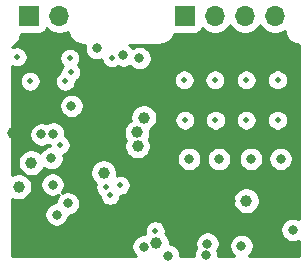
<source format=gbr>
%TF.GenerationSoftware,KiCad,Pcbnew,5.1.9*%
%TF.CreationDate,2021-01-20T22:35:35+01:00*%
%TF.ProjectId,wi-se-rewirable,77692d73-652d-4726-9577-697261626c65,rev?*%
%TF.SameCoordinates,Original*%
%TF.FileFunction,Copper,L3,Inr*%
%TF.FilePolarity,Positive*%
%FSLAX46Y46*%
G04 Gerber Fmt 4.6, Leading zero omitted, Abs format (unit mm)*
G04 Created by KiCad (PCBNEW 5.1.9) date 2021-01-20 22:35:35*
%MOMM*%
%LPD*%
G01*
G04 APERTURE LIST*
%TA.AperFunction,ComponentPad*%
%ADD10R,1.700000X1.700000*%
%TD*%
%TA.AperFunction,ComponentPad*%
%ADD11O,1.700000X1.700000*%
%TD*%
%TA.AperFunction,ViaPad*%
%ADD12C,1.000000*%
%TD*%
%TA.AperFunction,ViaPad*%
%ADD13C,0.800000*%
%TD*%
%TA.AperFunction,ViaPad*%
%ADD14C,0.500000*%
%TD*%
%TA.AperFunction,Conductor*%
%ADD15C,0.254000*%
%TD*%
%TA.AperFunction,Conductor*%
%ADD16C,0.100000*%
%TD*%
G04 APERTURE END LIST*
D10*
%TO.N,RTS*%
%TO.C,J1*%
X104750000Y-65000000D03*
D11*
%TO.N,DTR*%
X107290000Y-65000000D03*
%TD*%
D10*
%TO.N,LINE1*%
%TO.C,J2*%
X117920000Y-65000000D03*
D11*
%TO.N,LINE2*%
X120460000Y-65000000D03*
%TO.N,LINE3*%
X123000000Y-65000000D03*
%TO.N,LINE4*%
X125540000Y-65000000D03*
%TD*%
D12*
%TO.N,VCC*%
X123100000Y-80625000D03*
D13*
%TO.N,GND*%
X118260000Y-77090000D03*
X123490000Y-77090000D03*
X126010000Y-77080000D03*
D14*
X103700000Y-68450000D03*
D12*
X113850000Y-74850000D03*
X114425000Y-73600000D03*
D13*
X110466252Y-67700000D03*
X106750000Y-74950000D03*
D12*
X103850000Y-79450000D03*
X115479044Y-84229269D03*
D13*
X120784034Y-77100965D03*
X127025000Y-83100000D03*
D12*
X113900000Y-76000000D03*
%TO.N,+3V3*%
X103850000Y-82250000D03*
X113400000Y-72500000D03*
X103375000Y-74860000D03*
X114400000Y-71750010D03*
X121725000Y-80625000D03*
D13*
%TO.N,EN*%
X105751724Y-75008722D03*
X108000000Y-80850000D03*
%TO.N,BOOT0*%
X108300000Y-72589998D03*
D14*
X107350000Y-75900000D03*
X111570598Y-80179402D03*
X112419128Y-79330872D03*
%TO.N,RST*%
X111702357Y-68520734D03*
X108250000Y-69750000D03*
X108150000Y-68550000D03*
%TO.N,LED_WIFI*%
X115394863Y-83155137D03*
X111200000Y-79500000D03*
D13*
X106706295Y-79265037D03*
X106600000Y-77020000D03*
%TO.N,Net-(D1-Pad1)*%
X116500000Y-85300000D03*
%TO.N,Net-(D2-Pad1)*%
X119700000Y-85250000D03*
%TO.N,Net-(D3-Pad1)*%
X122700000Y-84450000D03*
%TO.N,Net-(D4-Pad1)*%
X119816841Y-84256848D03*
D14*
%TO.N,TXD*%
X120500000Y-73800000D03*
X117900000Y-73800000D03*
X123100000Y-73800000D03*
X125750000Y-73800000D03*
%TO.N,RXD*%
X117850000Y-70400000D03*
X120450000Y-70400000D03*
X123100000Y-70400000D03*
X125750000Y-70400000D03*
%TO.N,RTS*%
X107793316Y-70517571D03*
X104800001Y-70520818D03*
D13*
%TO.N,Net-(R10-Pad1)*%
X107050000Y-81800000D03*
%TO.N,Net-(R11-Pad1)*%
X114050000Y-68550000D03*
%TO.N,Net-(R12-Pad1)*%
X112677118Y-68321076D03*
%TO.N,Net-(R13-Pad2)*%
X114415030Y-84508335D03*
D12*
%TO.N,Net-(JP18-Pad1)*%
X104901724Y-77420000D03*
X111020000Y-78250000D03*
%TD*%
D15*
%TO.N,+3V3*%
X124386525Y-65946632D02*
X124593368Y-66153475D01*
X124836589Y-66315990D01*
X125106842Y-66427932D01*
X125393740Y-66485000D01*
X125686260Y-66485000D01*
X125973158Y-66427932D01*
X126243411Y-66315990D01*
X126346169Y-66247330D01*
X126355870Y-66339634D01*
X126367900Y-66398240D01*
X126379107Y-66456992D01*
X126381771Y-66465814D01*
X126416398Y-66577676D01*
X126439578Y-66632819D01*
X126461986Y-66688282D01*
X126466312Y-66696418D01*
X126522007Y-66799425D01*
X126555443Y-66848995D01*
X126588215Y-66899077D01*
X126594040Y-66906218D01*
X126668682Y-66996444D01*
X126711116Y-67038582D01*
X126752978Y-67081331D01*
X126760078Y-67087204D01*
X126850824Y-67161215D01*
X126900620Y-67194299D01*
X126950008Y-67228116D01*
X126958114Y-67232498D01*
X127061507Y-67287474D01*
X127116799Y-67310263D01*
X127171795Y-67333835D01*
X127180598Y-67336559D01*
X127292700Y-67370404D01*
X127351365Y-67382020D01*
X127409889Y-67394460D01*
X127419054Y-67395423D01*
X127535595Y-67406850D01*
X127540000Y-67407282D01*
X127540001Y-82199329D01*
X127515256Y-82182795D01*
X127326898Y-82104774D01*
X127126939Y-82065000D01*
X126923061Y-82065000D01*
X126723102Y-82104774D01*
X126534744Y-82182795D01*
X126365226Y-82296063D01*
X126221063Y-82440226D01*
X126107795Y-82609744D01*
X126029774Y-82798102D01*
X125990000Y-82998061D01*
X125990000Y-83201939D01*
X126029774Y-83401898D01*
X126107795Y-83590256D01*
X126221063Y-83759774D01*
X126365226Y-83903937D01*
X126534744Y-84017205D01*
X126723102Y-84095226D01*
X126923061Y-84135000D01*
X127126939Y-84135000D01*
X127326898Y-84095226D01*
X127515256Y-84017205D01*
X127540001Y-84000671D01*
X127540001Y-85290000D01*
X123305802Y-85290000D01*
X123359774Y-85253937D01*
X123503937Y-85109774D01*
X123617205Y-84940256D01*
X123695226Y-84751898D01*
X123735000Y-84551939D01*
X123735000Y-84348061D01*
X123695226Y-84148102D01*
X123617205Y-83959744D01*
X123503937Y-83790226D01*
X123359774Y-83646063D01*
X123190256Y-83532795D01*
X123001898Y-83454774D01*
X122801939Y-83415000D01*
X122598061Y-83415000D01*
X122398102Y-83454774D01*
X122209744Y-83532795D01*
X122040226Y-83646063D01*
X121896063Y-83790226D01*
X121782795Y-83959744D01*
X121704774Y-84148102D01*
X121665000Y-84348061D01*
X121665000Y-84551939D01*
X121704774Y-84751898D01*
X121782795Y-84940256D01*
X121896063Y-85109774D01*
X122040226Y-85253937D01*
X122094198Y-85290000D01*
X120735000Y-85290000D01*
X120735000Y-85148061D01*
X120695226Y-84948102D01*
X120658686Y-84859888D01*
X120734046Y-84747104D01*
X120812067Y-84558746D01*
X120851841Y-84358787D01*
X120851841Y-84154909D01*
X120812067Y-83954950D01*
X120734046Y-83766592D01*
X120620778Y-83597074D01*
X120476615Y-83452911D01*
X120307097Y-83339643D01*
X120118739Y-83261622D01*
X119918780Y-83221848D01*
X119714902Y-83221848D01*
X119514943Y-83261622D01*
X119326585Y-83339643D01*
X119157067Y-83452911D01*
X119012904Y-83597074D01*
X118899636Y-83766592D01*
X118821615Y-83954950D01*
X118781841Y-84154909D01*
X118781841Y-84358787D01*
X118821615Y-84558746D01*
X118858155Y-84646960D01*
X118782795Y-84759744D01*
X118704774Y-84948102D01*
X118665000Y-85148061D01*
X118665000Y-85290000D01*
X117535000Y-85290000D01*
X117535000Y-85198061D01*
X117495226Y-84998102D01*
X117417205Y-84809744D01*
X117303937Y-84640226D01*
X117159774Y-84496063D01*
X116990256Y-84382795D01*
X116801898Y-84304774D01*
X116614044Y-84267408D01*
X116614044Y-84117481D01*
X116570427Y-83898202D01*
X116484868Y-83691645D01*
X116360656Y-83505749D01*
X116249559Y-83394652D01*
X116279863Y-83242302D01*
X116279863Y-83067972D01*
X116245853Y-82896992D01*
X116179140Y-82735932D01*
X116082287Y-82590982D01*
X115959018Y-82467713D01*
X115814068Y-82370860D01*
X115653008Y-82304147D01*
X115482028Y-82270137D01*
X115307698Y-82270137D01*
X115136718Y-82304147D01*
X114975658Y-82370860D01*
X114830708Y-82467713D01*
X114707439Y-82590982D01*
X114610586Y-82735932D01*
X114543873Y-82896992D01*
X114509863Y-83067972D01*
X114509863Y-83242302D01*
X114543873Y-83413282D01*
X114573397Y-83484559D01*
X114516969Y-83473335D01*
X114313091Y-83473335D01*
X114113132Y-83513109D01*
X113924774Y-83591130D01*
X113755256Y-83704398D01*
X113611093Y-83848561D01*
X113497825Y-84018079D01*
X113419804Y-84206437D01*
X113380030Y-84406396D01*
X113380030Y-84610274D01*
X113419804Y-84810233D01*
X113497825Y-84998591D01*
X113611093Y-85168109D01*
X113732984Y-85290000D01*
X103310000Y-85290000D01*
X103310000Y-80454236D01*
X103312376Y-80455824D01*
X103518933Y-80541383D01*
X103738212Y-80585000D01*
X103961788Y-80585000D01*
X104181067Y-80541383D01*
X104387624Y-80455824D01*
X104573520Y-80331612D01*
X104731612Y-80173520D01*
X104855824Y-79987624D01*
X104941383Y-79781067D01*
X104985000Y-79561788D01*
X104985000Y-79338212D01*
X104950168Y-79163098D01*
X105671295Y-79163098D01*
X105671295Y-79366976D01*
X105711069Y-79566935D01*
X105789090Y-79755293D01*
X105902358Y-79924811D01*
X106046521Y-80068974D01*
X106216039Y-80182242D01*
X106404397Y-80260263D01*
X106604356Y-80300037D01*
X106808234Y-80300037D01*
X107008193Y-80260263D01*
X107196551Y-80182242D01*
X107219141Y-80167148D01*
X107196063Y-80190226D01*
X107082795Y-80359744D01*
X107004774Y-80548102D01*
X106965000Y-80748061D01*
X106965000Y-80765000D01*
X106948061Y-80765000D01*
X106748102Y-80804774D01*
X106559744Y-80882795D01*
X106390226Y-80996063D01*
X106246063Y-81140226D01*
X106132795Y-81309744D01*
X106054774Y-81498102D01*
X106015000Y-81698061D01*
X106015000Y-81901939D01*
X106054774Y-82101898D01*
X106132795Y-82290256D01*
X106246063Y-82459774D01*
X106390226Y-82603937D01*
X106559744Y-82717205D01*
X106748102Y-82795226D01*
X106948061Y-82835000D01*
X107151939Y-82835000D01*
X107351898Y-82795226D01*
X107540256Y-82717205D01*
X107709774Y-82603937D01*
X107853937Y-82459774D01*
X107967205Y-82290256D01*
X108045226Y-82101898D01*
X108085000Y-81901939D01*
X108085000Y-81885000D01*
X108101939Y-81885000D01*
X108301898Y-81845226D01*
X108490256Y-81767205D01*
X108659774Y-81653937D01*
X108803937Y-81509774D01*
X108917205Y-81340256D01*
X108995226Y-81151898D01*
X109035000Y-80951939D01*
X109035000Y-80748061D01*
X108995226Y-80548102D01*
X108917205Y-80359744D01*
X108803937Y-80190226D01*
X108659774Y-80046063D01*
X108490256Y-79932795D01*
X108301898Y-79854774D01*
X108101939Y-79815000D01*
X107898061Y-79815000D01*
X107698102Y-79854774D01*
X107509744Y-79932795D01*
X107487154Y-79947889D01*
X107510232Y-79924811D01*
X107623500Y-79755293D01*
X107701521Y-79566935D01*
X107741295Y-79366976D01*
X107741295Y-79163098D01*
X107701521Y-78963139D01*
X107623500Y-78774781D01*
X107510232Y-78605263D01*
X107366069Y-78461100D01*
X107196551Y-78347832D01*
X107008193Y-78269811D01*
X106808234Y-78230037D01*
X106604356Y-78230037D01*
X106404397Y-78269811D01*
X106216039Y-78347832D01*
X106046521Y-78461100D01*
X105902358Y-78605263D01*
X105789090Y-78774781D01*
X105711069Y-78963139D01*
X105671295Y-79163098D01*
X104950168Y-79163098D01*
X104941383Y-79118933D01*
X104855824Y-78912376D01*
X104731612Y-78726480D01*
X104573520Y-78568388D01*
X104387624Y-78444176D01*
X104181067Y-78358617D01*
X103961788Y-78315000D01*
X103738212Y-78315000D01*
X103518933Y-78358617D01*
X103312376Y-78444176D01*
X103310000Y-78445764D01*
X103310000Y-77308212D01*
X103766724Y-77308212D01*
X103766724Y-77531788D01*
X103810341Y-77751067D01*
X103895900Y-77957624D01*
X104020112Y-78143520D01*
X104178204Y-78301612D01*
X104364100Y-78425824D01*
X104570657Y-78511383D01*
X104789936Y-78555000D01*
X105013512Y-78555000D01*
X105232791Y-78511383D01*
X105439348Y-78425824D01*
X105625244Y-78301612D01*
X105783336Y-78143520D01*
X105786882Y-78138212D01*
X109885000Y-78138212D01*
X109885000Y-78361788D01*
X109928617Y-78581067D01*
X110014176Y-78787624D01*
X110138388Y-78973520D01*
X110296480Y-79131612D01*
X110373388Y-79183001D01*
X110349010Y-79241855D01*
X110315000Y-79412835D01*
X110315000Y-79587165D01*
X110349010Y-79758145D01*
X110415723Y-79919205D01*
X110512576Y-80064155D01*
X110635845Y-80187424D01*
X110685598Y-80220668D01*
X110685598Y-80266567D01*
X110719608Y-80437547D01*
X110786321Y-80598607D01*
X110883174Y-80743557D01*
X111006443Y-80866826D01*
X111151393Y-80963679D01*
X111312453Y-81030392D01*
X111483433Y-81064402D01*
X111657763Y-81064402D01*
X111828743Y-81030392D01*
X111989803Y-80963679D01*
X112134753Y-80866826D01*
X112258022Y-80743557D01*
X112354875Y-80598607D01*
X112390246Y-80513212D01*
X121965000Y-80513212D01*
X121965000Y-80736788D01*
X122008617Y-80956067D01*
X122094176Y-81162624D01*
X122218388Y-81348520D01*
X122376480Y-81506612D01*
X122562376Y-81630824D01*
X122768933Y-81716383D01*
X122988212Y-81760000D01*
X123211788Y-81760000D01*
X123431067Y-81716383D01*
X123637624Y-81630824D01*
X123823520Y-81506612D01*
X123981612Y-81348520D01*
X124105824Y-81162624D01*
X124191383Y-80956067D01*
X124235000Y-80736788D01*
X124235000Y-80513212D01*
X124191383Y-80293933D01*
X124105824Y-80087376D01*
X123981612Y-79901480D01*
X123823520Y-79743388D01*
X123637624Y-79619176D01*
X123431067Y-79533617D01*
X123211788Y-79490000D01*
X122988212Y-79490000D01*
X122768933Y-79533617D01*
X122562376Y-79619176D01*
X122376480Y-79743388D01*
X122218388Y-79901480D01*
X122094176Y-80087376D01*
X122008617Y-80293933D01*
X121965000Y-80513212D01*
X112390246Y-80513212D01*
X112421588Y-80437547D01*
X112455598Y-80266567D01*
X112455598Y-80215872D01*
X112506293Y-80215872D01*
X112677273Y-80181862D01*
X112838333Y-80115149D01*
X112983283Y-80018296D01*
X113106552Y-79895027D01*
X113203405Y-79750077D01*
X113270118Y-79589017D01*
X113304128Y-79418037D01*
X113304128Y-79243707D01*
X113270118Y-79072727D01*
X113203405Y-78911667D01*
X113106552Y-78766717D01*
X112983283Y-78643448D01*
X112838333Y-78546595D01*
X112677273Y-78479882D01*
X112506293Y-78445872D01*
X112331963Y-78445872D01*
X112160983Y-78479882D01*
X112128863Y-78493186D01*
X112155000Y-78361788D01*
X112155000Y-78138212D01*
X112111383Y-77918933D01*
X112025824Y-77712376D01*
X111901612Y-77526480D01*
X111743520Y-77368388D01*
X111557624Y-77244176D01*
X111351067Y-77158617D01*
X111131788Y-77115000D01*
X110908212Y-77115000D01*
X110688933Y-77158617D01*
X110482376Y-77244176D01*
X110296480Y-77368388D01*
X110138388Y-77526480D01*
X110014176Y-77712376D01*
X109928617Y-77918933D01*
X109885000Y-78138212D01*
X105786882Y-78138212D01*
X105907548Y-77957624D01*
X105958003Y-77835815D01*
X106109744Y-77937205D01*
X106298102Y-78015226D01*
X106498061Y-78055000D01*
X106701939Y-78055000D01*
X106901898Y-78015226D01*
X107090256Y-77937205D01*
X107259774Y-77823937D01*
X107403937Y-77679774D01*
X107517205Y-77510256D01*
X107595226Y-77321898D01*
X107635000Y-77121939D01*
X107635000Y-76918061D01*
X107602010Y-76752210D01*
X107608145Y-76750990D01*
X107769205Y-76684277D01*
X107914155Y-76587424D01*
X108037424Y-76464155D01*
X108134277Y-76319205D01*
X108200990Y-76158145D01*
X108235000Y-75987165D01*
X108235000Y-75812835D01*
X108200990Y-75641855D01*
X108134277Y-75480795D01*
X108037424Y-75335845D01*
X107914155Y-75212576D01*
X107771948Y-75117556D01*
X107785000Y-75051939D01*
X107785000Y-74848061D01*
X107763150Y-74738212D01*
X112715000Y-74738212D01*
X112715000Y-74961788D01*
X112758617Y-75181067D01*
X112844176Y-75387624D01*
X112894156Y-75462424D01*
X112808617Y-75668933D01*
X112765000Y-75888212D01*
X112765000Y-76111788D01*
X112808617Y-76331067D01*
X112894176Y-76537624D01*
X113018388Y-76723520D01*
X113176480Y-76881612D01*
X113362376Y-77005824D01*
X113568933Y-77091383D01*
X113788212Y-77135000D01*
X114011788Y-77135000D01*
X114231067Y-77091383D01*
X114437624Y-77005824D01*
X114464208Y-76988061D01*
X117225000Y-76988061D01*
X117225000Y-77191939D01*
X117264774Y-77391898D01*
X117342795Y-77580256D01*
X117456063Y-77749774D01*
X117600226Y-77893937D01*
X117769744Y-78007205D01*
X117958102Y-78085226D01*
X118158061Y-78125000D01*
X118361939Y-78125000D01*
X118561898Y-78085226D01*
X118750256Y-78007205D01*
X118919774Y-77893937D01*
X119063937Y-77749774D01*
X119177205Y-77580256D01*
X119255226Y-77391898D01*
X119295000Y-77191939D01*
X119295000Y-76999026D01*
X119749034Y-76999026D01*
X119749034Y-77202904D01*
X119788808Y-77402863D01*
X119866829Y-77591221D01*
X119980097Y-77760739D01*
X120124260Y-77904902D01*
X120293778Y-78018170D01*
X120482136Y-78096191D01*
X120682095Y-78135965D01*
X120885973Y-78135965D01*
X121085932Y-78096191D01*
X121274290Y-78018170D01*
X121443808Y-77904902D01*
X121587971Y-77760739D01*
X121701239Y-77591221D01*
X121779260Y-77402863D01*
X121819034Y-77202904D01*
X121819034Y-76999026D01*
X121816853Y-76988061D01*
X122455000Y-76988061D01*
X122455000Y-77191939D01*
X122494774Y-77391898D01*
X122572795Y-77580256D01*
X122686063Y-77749774D01*
X122830226Y-77893937D01*
X122999744Y-78007205D01*
X123188102Y-78085226D01*
X123388061Y-78125000D01*
X123591939Y-78125000D01*
X123791898Y-78085226D01*
X123980256Y-78007205D01*
X124149774Y-77893937D01*
X124293937Y-77749774D01*
X124407205Y-77580256D01*
X124485226Y-77391898D01*
X124525000Y-77191939D01*
X124525000Y-76988061D01*
X124523011Y-76978061D01*
X124975000Y-76978061D01*
X124975000Y-77181939D01*
X125014774Y-77381898D01*
X125092795Y-77570256D01*
X125206063Y-77739774D01*
X125350226Y-77883937D01*
X125519744Y-77997205D01*
X125708102Y-78075226D01*
X125908061Y-78115000D01*
X126111939Y-78115000D01*
X126311898Y-78075226D01*
X126500256Y-77997205D01*
X126669774Y-77883937D01*
X126813937Y-77739774D01*
X126927205Y-77570256D01*
X127005226Y-77381898D01*
X127045000Y-77181939D01*
X127045000Y-76978061D01*
X127005226Y-76778102D01*
X126927205Y-76589744D01*
X126813937Y-76420226D01*
X126669774Y-76276063D01*
X126500256Y-76162795D01*
X126311898Y-76084774D01*
X126111939Y-76045000D01*
X125908061Y-76045000D01*
X125708102Y-76084774D01*
X125519744Y-76162795D01*
X125350226Y-76276063D01*
X125206063Y-76420226D01*
X125092795Y-76589744D01*
X125014774Y-76778102D01*
X124975000Y-76978061D01*
X124523011Y-76978061D01*
X124485226Y-76788102D01*
X124407205Y-76599744D01*
X124293937Y-76430226D01*
X124149774Y-76286063D01*
X123980256Y-76172795D01*
X123791898Y-76094774D01*
X123591939Y-76055000D01*
X123388061Y-76055000D01*
X123188102Y-76094774D01*
X122999744Y-76172795D01*
X122830226Y-76286063D01*
X122686063Y-76430226D01*
X122572795Y-76599744D01*
X122494774Y-76788102D01*
X122455000Y-76988061D01*
X121816853Y-76988061D01*
X121779260Y-76799067D01*
X121701239Y-76610709D01*
X121587971Y-76441191D01*
X121443808Y-76297028D01*
X121274290Y-76183760D01*
X121085932Y-76105739D01*
X120885973Y-76065965D01*
X120682095Y-76065965D01*
X120482136Y-76105739D01*
X120293778Y-76183760D01*
X120124260Y-76297028D01*
X119980097Y-76441191D01*
X119866829Y-76610709D01*
X119788808Y-76799067D01*
X119749034Y-76999026D01*
X119295000Y-76999026D01*
X119295000Y-76988061D01*
X119255226Y-76788102D01*
X119177205Y-76599744D01*
X119063937Y-76430226D01*
X118919774Y-76286063D01*
X118750256Y-76172795D01*
X118561898Y-76094774D01*
X118361939Y-76055000D01*
X118158061Y-76055000D01*
X117958102Y-76094774D01*
X117769744Y-76172795D01*
X117600226Y-76286063D01*
X117456063Y-76430226D01*
X117342795Y-76599744D01*
X117264774Y-76788102D01*
X117225000Y-76988061D01*
X114464208Y-76988061D01*
X114623520Y-76881612D01*
X114781612Y-76723520D01*
X114905824Y-76537624D01*
X114991383Y-76331067D01*
X115035000Y-76111788D01*
X115035000Y-75888212D01*
X114991383Y-75668933D01*
X114905824Y-75462376D01*
X114855844Y-75387576D01*
X114941383Y-75181067D01*
X114985000Y-74961788D01*
X114985000Y-74738212D01*
X114958968Y-74607338D01*
X114962624Y-74605824D01*
X115148520Y-74481612D01*
X115306612Y-74323520D01*
X115430824Y-74137624D01*
X115516383Y-73931067D01*
X115559791Y-73712835D01*
X117015000Y-73712835D01*
X117015000Y-73887165D01*
X117049010Y-74058145D01*
X117115723Y-74219205D01*
X117212576Y-74364155D01*
X117335845Y-74487424D01*
X117480795Y-74584277D01*
X117641855Y-74650990D01*
X117812835Y-74685000D01*
X117987165Y-74685000D01*
X118158145Y-74650990D01*
X118319205Y-74584277D01*
X118464155Y-74487424D01*
X118587424Y-74364155D01*
X118684277Y-74219205D01*
X118750990Y-74058145D01*
X118785000Y-73887165D01*
X118785000Y-73712835D01*
X119615000Y-73712835D01*
X119615000Y-73887165D01*
X119649010Y-74058145D01*
X119715723Y-74219205D01*
X119812576Y-74364155D01*
X119935845Y-74487424D01*
X120080795Y-74584277D01*
X120241855Y-74650990D01*
X120412835Y-74685000D01*
X120587165Y-74685000D01*
X120758145Y-74650990D01*
X120919205Y-74584277D01*
X121064155Y-74487424D01*
X121187424Y-74364155D01*
X121284277Y-74219205D01*
X121350990Y-74058145D01*
X121385000Y-73887165D01*
X121385000Y-73712835D01*
X122215000Y-73712835D01*
X122215000Y-73887165D01*
X122249010Y-74058145D01*
X122315723Y-74219205D01*
X122412576Y-74364155D01*
X122535845Y-74487424D01*
X122680795Y-74584277D01*
X122841855Y-74650990D01*
X123012835Y-74685000D01*
X123187165Y-74685000D01*
X123358145Y-74650990D01*
X123519205Y-74584277D01*
X123664155Y-74487424D01*
X123787424Y-74364155D01*
X123884277Y-74219205D01*
X123950990Y-74058145D01*
X123985000Y-73887165D01*
X123985000Y-73712835D01*
X124865000Y-73712835D01*
X124865000Y-73887165D01*
X124899010Y-74058145D01*
X124965723Y-74219205D01*
X125062576Y-74364155D01*
X125185845Y-74487424D01*
X125330795Y-74584277D01*
X125491855Y-74650990D01*
X125662835Y-74685000D01*
X125837165Y-74685000D01*
X126008145Y-74650990D01*
X126169205Y-74584277D01*
X126314155Y-74487424D01*
X126437424Y-74364155D01*
X126534277Y-74219205D01*
X126600990Y-74058145D01*
X126635000Y-73887165D01*
X126635000Y-73712835D01*
X126600990Y-73541855D01*
X126534277Y-73380795D01*
X126437424Y-73235845D01*
X126314155Y-73112576D01*
X126169205Y-73015723D01*
X126008145Y-72949010D01*
X125837165Y-72915000D01*
X125662835Y-72915000D01*
X125491855Y-72949010D01*
X125330795Y-73015723D01*
X125185845Y-73112576D01*
X125062576Y-73235845D01*
X124965723Y-73380795D01*
X124899010Y-73541855D01*
X124865000Y-73712835D01*
X123985000Y-73712835D01*
X123950990Y-73541855D01*
X123884277Y-73380795D01*
X123787424Y-73235845D01*
X123664155Y-73112576D01*
X123519205Y-73015723D01*
X123358145Y-72949010D01*
X123187165Y-72915000D01*
X123012835Y-72915000D01*
X122841855Y-72949010D01*
X122680795Y-73015723D01*
X122535845Y-73112576D01*
X122412576Y-73235845D01*
X122315723Y-73380795D01*
X122249010Y-73541855D01*
X122215000Y-73712835D01*
X121385000Y-73712835D01*
X121350990Y-73541855D01*
X121284277Y-73380795D01*
X121187424Y-73235845D01*
X121064155Y-73112576D01*
X120919205Y-73015723D01*
X120758145Y-72949010D01*
X120587165Y-72915000D01*
X120412835Y-72915000D01*
X120241855Y-72949010D01*
X120080795Y-73015723D01*
X119935845Y-73112576D01*
X119812576Y-73235845D01*
X119715723Y-73380795D01*
X119649010Y-73541855D01*
X119615000Y-73712835D01*
X118785000Y-73712835D01*
X118750990Y-73541855D01*
X118684277Y-73380795D01*
X118587424Y-73235845D01*
X118464155Y-73112576D01*
X118319205Y-73015723D01*
X118158145Y-72949010D01*
X117987165Y-72915000D01*
X117812835Y-72915000D01*
X117641855Y-72949010D01*
X117480795Y-73015723D01*
X117335845Y-73112576D01*
X117212576Y-73235845D01*
X117115723Y-73380795D01*
X117049010Y-73541855D01*
X117015000Y-73712835D01*
X115559791Y-73712835D01*
X115560000Y-73711788D01*
X115560000Y-73488212D01*
X115516383Y-73268933D01*
X115430824Y-73062376D01*
X115306612Y-72876480D01*
X115148520Y-72718388D01*
X114962624Y-72594176D01*
X114756067Y-72508617D01*
X114536788Y-72465000D01*
X114313212Y-72465000D01*
X114093933Y-72508617D01*
X113887376Y-72594176D01*
X113701480Y-72718388D01*
X113543388Y-72876480D01*
X113419176Y-73062376D01*
X113333617Y-73268933D01*
X113290000Y-73488212D01*
X113290000Y-73711788D01*
X113316032Y-73842662D01*
X113312376Y-73844176D01*
X113126480Y-73968388D01*
X112968388Y-74126480D01*
X112844176Y-74312376D01*
X112758617Y-74518933D01*
X112715000Y-74738212D01*
X107763150Y-74738212D01*
X107745226Y-74648102D01*
X107667205Y-74459744D01*
X107553937Y-74290226D01*
X107409774Y-74146063D01*
X107240256Y-74032795D01*
X107051898Y-73954774D01*
X106851939Y-73915000D01*
X106648061Y-73915000D01*
X106448102Y-73954774D01*
X106259744Y-74032795D01*
X106198694Y-74073587D01*
X106053622Y-74013496D01*
X105853663Y-73973722D01*
X105649785Y-73973722D01*
X105449826Y-74013496D01*
X105261468Y-74091517D01*
X105091950Y-74204785D01*
X104947787Y-74348948D01*
X104834519Y-74518466D01*
X104756498Y-74706824D01*
X104716724Y-74906783D01*
X104716724Y-75110661D01*
X104756498Y-75310620D01*
X104834519Y-75498978D01*
X104947787Y-75668496D01*
X105091950Y-75812659D01*
X105261468Y-75925927D01*
X105449826Y-76003948D01*
X105649785Y-76043722D01*
X105853663Y-76043722D01*
X106053622Y-76003948D01*
X106241980Y-75925927D01*
X106303030Y-75885135D01*
X106448102Y-75945226D01*
X106465000Y-75948587D01*
X106465000Y-75987165D01*
X106465844Y-75991408D01*
X106298102Y-76024774D01*
X106109744Y-76102795D01*
X105940226Y-76216063D01*
X105796063Y-76360226D01*
X105682795Y-76529744D01*
X105663407Y-76576551D01*
X105625244Y-76538388D01*
X105439348Y-76414176D01*
X105232791Y-76328617D01*
X105013512Y-76285000D01*
X104789936Y-76285000D01*
X104570657Y-76328617D01*
X104364100Y-76414176D01*
X104178204Y-76538388D01*
X104020112Y-76696480D01*
X103895900Y-76882376D01*
X103810341Y-77088933D01*
X103766724Y-77308212D01*
X103310000Y-77308212D01*
X103310000Y-72488059D01*
X107265000Y-72488059D01*
X107265000Y-72691937D01*
X107304774Y-72891896D01*
X107382795Y-73080254D01*
X107496063Y-73249772D01*
X107640226Y-73393935D01*
X107809744Y-73507203D01*
X107998102Y-73585224D01*
X108198061Y-73624998D01*
X108401939Y-73624998D01*
X108601898Y-73585224D01*
X108790256Y-73507203D01*
X108959774Y-73393935D01*
X109103937Y-73249772D01*
X109217205Y-73080254D01*
X109295226Y-72891896D01*
X109335000Y-72691937D01*
X109335000Y-72488059D01*
X109295226Y-72288100D01*
X109217205Y-72099742D01*
X109103937Y-71930224D01*
X108959774Y-71786061D01*
X108790256Y-71672793D01*
X108601898Y-71594772D01*
X108401939Y-71554998D01*
X108198061Y-71554998D01*
X107998102Y-71594772D01*
X107809744Y-71672793D01*
X107640226Y-71786061D01*
X107496063Y-71930224D01*
X107382795Y-72099742D01*
X107304774Y-72288100D01*
X107265000Y-72488059D01*
X103310000Y-72488059D01*
X103310000Y-70433653D01*
X103915001Y-70433653D01*
X103915001Y-70607983D01*
X103949011Y-70778963D01*
X104015724Y-70940023D01*
X104112577Y-71084973D01*
X104235846Y-71208242D01*
X104380796Y-71305095D01*
X104541856Y-71371808D01*
X104712836Y-71405818D01*
X104887166Y-71405818D01*
X105058146Y-71371808D01*
X105219206Y-71305095D01*
X105364156Y-71208242D01*
X105487425Y-71084973D01*
X105584278Y-70940023D01*
X105650991Y-70778963D01*
X105685001Y-70607983D01*
X105685001Y-70433653D01*
X105684356Y-70430406D01*
X106908316Y-70430406D01*
X106908316Y-70604736D01*
X106942326Y-70775716D01*
X107009039Y-70936776D01*
X107105892Y-71081726D01*
X107229161Y-71204995D01*
X107374111Y-71301848D01*
X107535171Y-71368561D01*
X107706151Y-71402571D01*
X107880481Y-71402571D01*
X108051461Y-71368561D01*
X108212521Y-71301848D01*
X108357471Y-71204995D01*
X108480740Y-71081726D01*
X108577593Y-70936776D01*
X108644306Y-70775716D01*
X108678316Y-70604736D01*
X108678316Y-70528189D01*
X108814155Y-70437424D01*
X108937424Y-70314155D01*
X108938306Y-70312835D01*
X116965000Y-70312835D01*
X116965000Y-70487165D01*
X116999010Y-70658145D01*
X117065723Y-70819205D01*
X117162576Y-70964155D01*
X117285845Y-71087424D01*
X117430795Y-71184277D01*
X117591855Y-71250990D01*
X117762835Y-71285000D01*
X117937165Y-71285000D01*
X118108145Y-71250990D01*
X118269205Y-71184277D01*
X118414155Y-71087424D01*
X118537424Y-70964155D01*
X118634277Y-70819205D01*
X118700990Y-70658145D01*
X118735000Y-70487165D01*
X118735000Y-70312835D01*
X119565000Y-70312835D01*
X119565000Y-70487165D01*
X119599010Y-70658145D01*
X119665723Y-70819205D01*
X119762576Y-70964155D01*
X119885845Y-71087424D01*
X120030795Y-71184277D01*
X120191855Y-71250990D01*
X120362835Y-71285000D01*
X120537165Y-71285000D01*
X120708145Y-71250990D01*
X120869205Y-71184277D01*
X121014155Y-71087424D01*
X121137424Y-70964155D01*
X121234277Y-70819205D01*
X121300990Y-70658145D01*
X121335000Y-70487165D01*
X121335000Y-70312835D01*
X122215000Y-70312835D01*
X122215000Y-70487165D01*
X122249010Y-70658145D01*
X122315723Y-70819205D01*
X122412576Y-70964155D01*
X122535845Y-71087424D01*
X122680795Y-71184277D01*
X122841855Y-71250990D01*
X123012835Y-71285000D01*
X123187165Y-71285000D01*
X123358145Y-71250990D01*
X123519205Y-71184277D01*
X123664155Y-71087424D01*
X123787424Y-70964155D01*
X123884277Y-70819205D01*
X123950990Y-70658145D01*
X123985000Y-70487165D01*
X123985000Y-70312835D01*
X124865000Y-70312835D01*
X124865000Y-70487165D01*
X124899010Y-70658145D01*
X124965723Y-70819205D01*
X125062576Y-70964155D01*
X125185845Y-71087424D01*
X125330795Y-71184277D01*
X125491855Y-71250990D01*
X125662835Y-71285000D01*
X125837165Y-71285000D01*
X126008145Y-71250990D01*
X126169205Y-71184277D01*
X126314155Y-71087424D01*
X126437424Y-70964155D01*
X126534277Y-70819205D01*
X126600990Y-70658145D01*
X126635000Y-70487165D01*
X126635000Y-70312835D01*
X126600990Y-70141855D01*
X126534277Y-69980795D01*
X126437424Y-69835845D01*
X126314155Y-69712576D01*
X126169205Y-69615723D01*
X126008145Y-69549010D01*
X125837165Y-69515000D01*
X125662835Y-69515000D01*
X125491855Y-69549010D01*
X125330795Y-69615723D01*
X125185845Y-69712576D01*
X125062576Y-69835845D01*
X124965723Y-69980795D01*
X124899010Y-70141855D01*
X124865000Y-70312835D01*
X123985000Y-70312835D01*
X123950990Y-70141855D01*
X123884277Y-69980795D01*
X123787424Y-69835845D01*
X123664155Y-69712576D01*
X123519205Y-69615723D01*
X123358145Y-69549010D01*
X123187165Y-69515000D01*
X123012835Y-69515000D01*
X122841855Y-69549010D01*
X122680795Y-69615723D01*
X122535845Y-69712576D01*
X122412576Y-69835845D01*
X122315723Y-69980795D01*
X122249010Y-70141855D01*
X122215000Y-70312835D01*
X121335000Y-70312835D01*
X121300990Y-70141855D01*
X121234277Y-69980795D01*
X121137424Y-69835845D01*
X121014155Y-69712576D01*
X120869205Y-69615723D01*
X120708145Y-69549010D01*
X120537165Y-69515000D01*
X120362835Y-69515000D01*
X120191855Y-69549010D01*
X120030795Y-69615723D01*
X119885845Y-69712576D01*
X119762576Y-69835845D01*
X119665723Y-69980795D01*
X119599010Y-70141855D01*
X119565000Y-70312835D01*
X118735000Y-70312835D01*
X118700990Y-70141855D01*
X118634277Y-69980795D01*
X118537424Y-69835845D01*
X118414155Y-69712576D01*
X118269205Y-69615723D01*
X118108145Y-69549010D01*
X117937165Y-69515000D01*
X117762835Y-69515000D01*
X117591855Y-69549010D01*
X117430795Y-69615723D01*
X117285845Y-69712576D01*
X117162576Y-69835845D01*
X117065723Y-69980795D01*
X116999010Y-70141855D01*
X116965000Y-70312835D01*
X108938306Y-70312835D01*
X109034277Y-70169205D01*
X109100990Y-70008145D01*
X109135000Y-69837165D01*
X109135000Y-69662835D01*
X109100990Y-69491855D01*
X109034277Y-69330795D01*
X108937424Y-69185845D01*
X108848763Y-69097184D01*
X108934277Y-68969205D01*
X109000990Y-68808145D01*
X109035000Y-68637165D01*
X109035000Y-68462835D01*
X109000990Y-68291855D01*
X108934277Y-68130795D01*
X108837424Y-67985845D01*
X108714155Y-67862576D01*
X108569205Y-67765723D01*
X108408145Y-67699010D01*
X108237165Y-67665000D01*
X108062835Y-67665000D01*
X107891855Y-67699010D01*
X107730795Y-67765723D01*
X107585845Y-67862576D01*
X107462576Y-67985845D01*
X107365723Y-68130795D01*
X107299010Y-68291855D01*
X107265000Y-68462835D01*
X107265000Y-68637165D01*
X107299010Y-68808145D01*
X107365723Y-68969205D01*
X107462576Y-69114155D01*
X107551237Y-69202816D01*
X107465723Y-69330795D01*
X107399010Y-69491855D01*
X107365000Y-69662835D01*
X107365000Y-69739382D01*
X107229161Y-69830147D01*
X107105892Y-69953416D01*
X107009039Y-70098366D01*
X106942326Y-70259426D01*
X106908316Y-70430406D01*
X105684356Y-70430406D01*
X105650991Y-70262673D01*
X105584278Y-70101613D01*
X105487425Y-69956663D01*
X105364156Y-69833394D01*
X105219206Y-69736541D01*
X105058146Y-69669828D01*
X104887166Y-69635818D01*
X104712836Y-69635818D01*
X104541856Y-69669828D01*
X104380796Y-69736541D01*
X104235846Y-69833394D01*
X104112577Y-69956663D01*
X104015724Y-70101613D01*
X103949011Y-70262673D01*
X103915001Y-70433653D01*
X103310000Y-70433653D01*
X103310000Y-69246374D01*
X103441855Y-69300990D01*
X103612835Y-69335000D01*
X103787165Y-69335000D01*
X103958145Y-69300990D01*
X104119205Y-69234277D01*
X104264155Y-69137424D01*
X104387424Y-69014155D01*
X104484277Y-68869205D01*
X104550990Y-68708145D01*
X104585000Y-68537165D01*
X104585000Y-68362835D01*
X104550990Y-68191855D01*
X104484277Y-68030795D01*
X104387424Y-67885845D01*
X104264155Y-67762576D01*
X104119205Y-67665723D01*
X103958145Y-67599010D01*
X103787165Y-67565000D01*
X103612835Y-67565000D01*
X103441855Y-67599010D01*
X103310000Y-67653626D01*
X103310000Y-67576344D01*
X103399425Y-67527993D01*
X103448995Y-67494557D01*
X103499077Y-67461785D01*
X103506218Y-67455960D01*
X103596444Y-67381318D01*
X103638582Y-67338884D01*
X103681331Y-67297022D01*
X103687204Y-67289922D01*
X103761215Y-67199176D01*
X103794299Y-67149380D01*
X103828116Y-67099992D01*
X103832498Y-67091886D01*
X103887474Y-66988493D01*
X103910263Y-66933201D01*
X103933835Y-66878205D01*
X103936559Y-66869402D01*
X103970404Y-66757300D01*
X103982020Y-66698635D01*
X103994460Y-66640111D01*
X103995423Y-66630946D01*
X104006850Y-66514405D01*
X104006850Y-66514402D01*
X104009443Y-66488072D01*
X105600000Y-66488072D01*
X105724482Y-66475812D01*
X105844180Y-66439502D01*
X105954494Y-66380537D01*
X106051185Y-66301185D01*
X106130537Y-66204494D01*
X106189502Y-66094180D01*
X106211513Y-66021620D01*
X106343368Y-66153475D01*
X106586589Y-66315990D01*
X106856842Y-66427932D01*
X107143740Y-66485000D01*
X107436260Y-66485000D01*
X107723158Y-66427932D01*
X107993411Y-66315990D01*
X108002730Y-66309763D01*
X108005870Y-66339634D01*
X108017900Y-66398240D01*
X108029107Y-66456992D01*
X108031771Y-66465814D01*
X108066398Y-66577676D01*
X108089578Y-66632819D01*
X108111986Y-66688282D01*
X108116312Y-66696418D01*
X108172007Y-66799425D01*
X108205443Y-66848995D01*
X108238215Y-66899077D01*
X108244040Y-66906218D01*
X108318682Y-66996444D01*
X108361116Y-67038582D01*
X108402978Y-67081331D01*
X108410078Y-67087204D01*
X108500824Y-67161215D01*
X108550620Y-67194299D01*
X108600008Y-67228116D01*
X108608114Y-67232498D01*
X108711507Y-67287474D01*
X108766799Y-67310263D01*
X108821795Y-67333835D01*
X108830598Y-67336559D01*
X108942700Y-67370404D01*
X109001365Y-67382020D01*
X109059889Y-67394460D01*
X109069054Y-67395423D01*
X109185595Y-67406850D01*
X109185598Y-67406850D01*
X109217581Y-67410000D01*
X109468659Y-67410000D01*
X109431252Y-67598061D01*
X109431252Y-67801939D01*
X109471026Y-68001898D01*
X109549047Y-68190256D01*
X109662315Y-68359774D01*
X109806478Y-68503937D01*
X109975996Y-68617205D01*
X110164354Y-68695226D01*
X110364313Y-68735000D01*
X110568191Y-68735000D01*
X110768150Y-68695226D01*
X110829659Y-68669748D01*
X110851367Y-68778879D01*
X110918080Y-68939939D01*
X111014933Y-69084889D01*
X111138202Y-69208158D01*
X111283152Y-69305011D01*
X111444212Y-69371724D01*
X111615192Y-69405734D01*
X111789522Y-69405734D01*
X111960502Y-69371724D01*
X112121562Y-69305011D01*
X112208201Y-69247120D01*
X112375220Y-69316302D01*
X112575179Y-69356076D01*
X112779057Y-69356076D01*
X112979016Y-69316302D01*
X113167374Y-69238281D01*
X113234944Y-69193133D01*
X113246063Y-69209774D01*
X113390226Y-69353937D01*
X113559744Y-69467205D01*
X113748102Y-69545226D01*
X113948061Y-69585000D01*
X114151939Y-69585000D01*
X114351898Y-69545226D01*
X114540256Y-69467205D01*
X114709774Y-69353937D01*
X114853937Y-69209774D01*
X114967205Y-69040256D01*
X115045226Y-68851898D01*
X115085000Y-68651939D01*
X115085000Y-68448061D01*
X115045226Y-68248102D01*
X114967205Y-68059744D01*
X114853937Y-67890226D01*
X114709774Y-67746063D01*
X114540256Y-67632795D01*
X114351898Y-67554774D01*
X114151939Y-67515000D01*
X113948061Y-67515000D01*
X113748102Y-67554774D01*
X113559744Y-67632795D01*
X113492174Y-67677943D01*
X113481055Y-67661302D01*
X113336892Y-67517139D01*
X113176547Y-67410000D01*
X115832419Y-67410000D01*
X115860403Y-67407244D01*
X115864005Y-67407269D01*
X115873177Y-67406370D01*
X115989634Y-67394130D01*
X116048240Y-67382100D01*
X116106992Y-67370893D01*
X116115814Y-67368229D01*
X116227676Y-67333602D01*
X116282819Y-67310422D01*
X116338282Y-67288014D01*
X116346418Y-67283688D01*
X116449425Y-67227993D01*
X116498995Y-67194557D01*
X116549077Y-67161785D01*
X116556218Y-67155960D01*
X116646444Y-67081318D01*
X116688582Y-67038884D01*
X116731331Y-66997022D01*
X116737204Y-66989922D01*
X116811215Y-66899176D01*
X116844299Y-66849380D01*
X116878116Y-66799992D01*
X116882498Y-66791886D01*
X116937474Y-66688493D01*
X116960263Y-66633201D01*
X116983835Y-66578205D01*
X116986559Y-66569402D01*
X117012814Y-66482440D01*
X117070000Y-66488072D01*
X118770000Y-66488072D01*
X118894482Y-66475812D01*
X119014180Y-66439502D01*
X119124494Y-66380537D01*
X119221185Y-66301185D01*
X119300537Y-66204494D01*
X119359502Y-66094180D01*
X119381513Y-66021620D01*
X119513368Y-66153475D01*
X119756589Y-66315990D01*
X120026842Y-66427932D01*
X120313740Y-66485000D01*
X120606260Y-66485000D01*
X120893158Y-66427932D01*
X121163411Y-66315990D01*
X121406632Y-66153475D01*
X121613475Y-65946632D01*
X121730000Y-65772240D01*
X121846525Y-65946632D01*
X122053368Y-66153475D01*
X122296589Y-66315990D01*
X122566842Y-66427932D01*
X122853740Y-66485000D01*
X123146260Y-66485000D01*
X123433158Y-66427932D01*
X123703411Y-66315990D01*
X123946632Y-66153475D01*
X124153475Y-65946632D01*
X124270000Y-65772240D01*
X124386525Y-65946632D01*
%TA.AperFunction,Conductor*%
D16*
G36*
X124386525Y-65946632D02*
G01*
X124593368Y-66153475D01*
X124836589Y-66315990D01*
X125106842Y-66427932D01*
X125393740Y-66485000D01*
X125686260Y-66485000D01*
X125973158Y-66427932D01*
X126243411Y-66315990D01*
X126346169Y-66247330D01*
X126355870Y-66339634D01*
X126367900Y-66398240D01*
X126379107Y-66456992D01*
X126381771Y-66465814D01*
X126416398Y-66577676D01*
X126439578Y-66632819D01*
X126461986Y-66688282D01*
X126466312Y-66696418D01*
X126522007Y-66799425D01*
X126555443Y-66848995D01*
X126588215Y-66899077D01*
X126594040Y-66906218D01*
X126668682Y-66996444D01*
X126711116Y-67038582D01*
X126752978Y-67081331D01*
X126760078Y-67087204D01*
X126850824Y-67161215D01*
X126900620Y-67194299D01*
X126950008Y-67228116D01*
X126958114Y-67232498D01*
X127061507Y-67287474D01*
X127116799Y-67310263D01*
X127171795Y-67333835D01*
X127180598Y-67336559D01*
X127292700Y-67370404D01*
X127351365Y-67382020D01*
X127409889Y-67394460D01*
X127419054Y-67395423D01*
X127535595Y-67406850D01*
X127540000Y-67407282D01*
X127540001Y-82199329D01*
X127515256Y-82182795D01*
X127326898Y-82104774D01*
X127126939Y-82065000D01*
X126923061Y-82065000D01*
X126723102Y-82104774D01*
X126534744Y-82182795D01*
X126365226Y-82296063D01*
X126221063Y-82440226D01*
X126107795Y-82609744D01*
X126029774Y-82798102D01*
X125990000Y-82998061D01*
X125990000Y-83201939D01*
X126029774Y-83401898D01*
X126107795Y-83590256D01*
X126221063Y-83759774D01*
X126365226Y-83903937D01*
X126534744Y-84017205D01*
X126723102Y-84095226D01*
X126923061Y-84135000D01*
X127126939Y-84135000D01*
X127326898Y-84095226D01*
X127515256Y-84017205D01*
X127540001Y-84000671D01*
X127540001Y-85290000D01*
X123305802Y-85290000D01*
X123359774Y-85253937D01*
X123503937Y-85109774D01*
X123617205Y-84940256D01*
X123695226Y-84751898D01*
X123735000Y-84551939D01*
X123735000Y-84348061D01*
X123695226Y-84148102D01*
X123617205Y-83959744D01*
X123503937Y-83790226D01*
X123359774Y-83646063D01*
X123190256Y-83532795D01*
X123001898Y-83454774D01*
X122801939Y-83415000D01*
X122598061Y-83415000D01*
X122398102Y-83454774D01*
X122209744Y-83532795D01*
X122040226Y-83646063D01*
X121896063Y-83790226D01*
X121782795Y-83959744D01*
X121704774Y-84148102D01*
X121665000Y-84348061D01*
X121665000Y-84551939D01*
X121704774Y-84751898D01*
X121782795Y-84940256D01*
X121896063Y-85109774D01*
X122040226Y-85253937D01*
X122094198Y-85290000D01*
X120735000Y-85290000D01*
X120735000Y-85148061D01*
X120695226Y-84948102D01*
X120658686Y-84859888D01*
X120734046Y-84747104D01*
X120812067Y-84558746D01*
X120851841Y-84358787D01*
X120851841Y-84154909D01*
X120812067Y-83954950D01*
X120734046Y-83766592D01*
X120620778Y-83597074D01*
X120476615Y-83452911D01*
X120307097Y-83339643D01*
X120118739Y-83261622D01*
X119918780Y-83221848D01*
X119714902Y-83221848D01*
X119514943Y-83261622D01*
X119326585Y-83339643D01*
X119157067Y-83452911D01*
X119012904Y-83597074D01*
X118899636Y-83766592D01*
X118821615Y-83954950D01*
X118781841Y-84154909D01*
X118781841Y-84358787D01*
X118821615Y-84558746D01*
X118858155Y-84646960D01*
X118782795Y-84759744D01*
X118704774Y-84948102D01*
X118665000Y-85148061D01*
X118665000Y-85290000D01*
X117535000Y-85290000D01*
X117535000Y-85198061D01*
X117495226Y-84998102D01*
X117417205Y-84809744D01*
X117303937Y-84640226D01*
X117159774Y-84496063D01*
X116990256Y-84382795D01*
X116801898Y-84304774D01*
X116614044Y-84267408D01*
X116614044Y-84117481D01*
X116570427Y-83898202D01*
X116484868Y-83691645D01*
X116360656Y-83505749D01*
X116249559Y-83394652D01*
X116279863Y-83242302D01*
X116279863Y-83067972D01*
X116245853Y-82896992D01*
X116179140Y-82735932D01*
X116082287Y-82590982D01*
X115959018Y-82467713D01*
X115814068Y-82370860D01*
X115653008Y-82304147D01*
X115482028Y-82270137D01*
X115307698Y-82270137D01*
X115136718Y-82304147D01*
X114975658Y-82370860D01*
X114830708Y-82467713D01*
X114707439Y-82590982D01*
X114610586Y-82735932D01*
X114543873Y-82896992D01*
X114509863Y-83067972D01*
X114509863Y-83242302D01*
X114543873Y-83413282D01*
X114573397Y-83484559D01*
X114516969Y-83473335D01*
X114313091Y-83473335D01*
X114113132Y-83513109D01*
X113924774Y-83591130D01*
X113755256Y-83704398D01*
X113611093Y-83848561D01*
X113497825Y-84018079D01*
X113419804Y-84206437D01*
X113380030Y-84406396D01*
X113380030Y-84610274D01*
X113419804Y-84810233D01*
X113497825Y-84998591D01*
X113611093Y-85168109D01*
X113732984Y-85290000D01*
X103310000Y-85290000D01*
X103310000Y-80454236D01*
X103312376Y-80455824D01*
X103518933Y-80541383D01*
X103738212Y-80585000D01*
X103961788Y-80585000D01*
X104181067Y-80541383D01*
X104387624Y-80455824D01*
X104573520Y-80331612D01*
X104731612Y-80173520D01*
X104855824Y-79987624D01*
X104941383Y-79781067D01*
X104985000Y-79561788D01*
X104985000Y-79338212D01*
X104950168Y-79163098D01*
X105671295Y-79163098D01*
X105671295Y-79366976D01*
X105711069Y-79566935D01*
X105789090Y-79755293D01*
X105902358Y-79924811D01*
X106046521Y-80068974D01*
X106216039Y-80182242D01*
X106404397Y-80260263D01*
X106604356Y-80300037D01*
X106808234Y-80300037D01*
X107008193Y-80260263D01*
X107196551Y-80182242D01*
X107219141Y-80167148D01*
X107196063Y-80190226D01*
X107082795Y-80359744D01*
X107004774Y-80548102D01*
X106965000Y-80748061D01*
X106965000Y-80765000D01*
X106948061Y-80765000D01*
X106748102Y-80804774D01*
X106559744Y-80882795D01*
X106390226Y-80996063D01*
X106246063Y-81140226D01*
X106132795Y-81309744D01*
X106054774Y-81498102D01*
X106015000Y-81698061D01*
X106015000Y-81901939D01*
X106054774Y-82101898D01*
X106132795Y-82290256D01*
X106246063Y-82459774D01*
X106390226Y-82603937D01*
X106559744Y-82717205D01*
X106748102Y-82795226D01*
X106948061Y-82835000D01*
X107151939Y-82835000D01*
X107351898Y-82795226D01*
X107540256Y-82717205D01*
X107709774Y-82603937D01*
X107853937Y-82459774D01*
X107967205Y-82290256D01*
X108045226Y-82101898D01*
X108085000Y-81901939D01*
X108085000Y-81885000D01*
X108101939Y-81885000D01*
X108301898Y-81845226D01*
X108490256Y-81767205D01*
X108659774Y-81653937D01*
X108803937Y-81509774D01*
X108917205Y-81340256D01*
X108995226Y-81151898D01*
X109035000Y-80951939D01*
X109035000Y-80748061D01*
X108995226Y-80548102D01*
X108917205Y-80359744D01*
X108803937Y-80190226D01*
X108659774Y-80046063D01*
X108490256Y-79932795D01*
X108301898Y-79854774D01*
X108101939Y-79815000D01*
X107898061Y-79815000D01*
X107698102Y-79854774D01*
X107509744Y-79932795D01*
X107487154Y-79947889D01*
X107510232Y-79924811D01*
X107623500Y-79755293D01*
X107701521Y-79566935D01*
X107741295Y-79366976D01*
X107741295Y-79163098D01*
X107701521Y-78963139D01*
X107623500Y-78774781D01*
X107510232Y-78605263D01*
X107366069Y-78461100D01*
X107196551Y-78347832D01*
X107008193Y-78269811D01*
X106808234Y-78230037D01*
X106604356Y-78230037D01*
X106404397Y-78269811D01*
X106216039Y-78347832D01*
X106046521Y-78461100D01*
X105902358Y-78605263D01*
X105789090Y-78774781D01*
X105711069Y-78963139D01*
X105671295Y-79163098D01*
X104950168Y-79163098D01*
X104941383Y-79118933D01*
X104855824Y-78912376D01*
X104731612Y-78726480D01*
X104573520Y-78568388D01*
X104387624Y-78444176D01*
X104181067Y-78358617D01*
X103961788Y-78315000D01*
X103738212Y-78315000D01*
X103518933Y-78358617D01*
X103312376Y-78444176D01*
X103310000Y-78445764D01*
X103310000Y-77308212D01*
X103766724Y-77308212D01*
X103766724Y-77531788D01*
X103810341Y-77751067D01*
X103895900Y-77957624D01*
X104020112Y-78143520D01*
X104178204Y-78301612D01*
X104364100Y-78425824D01*
X104570657Y-78511383D01*
X104789936Y-78555000D01*
X105013512Y-78555000D01*
X105232791Y-78511383D01*
X105439348Y-78425824D01*
X105625244Y-78301612D01*
X105783336Y-78143520D01*
X105786882Y-78138212D01*
X109885000Y-78138212D01*
X109885000Y-78361788D01*
X109928617Y-78581067D01*
X110014176Y-78787624D01*
X110138388Y-78973520D01*
X110296480Y-79131612D01*
X110373388Y-79183001D01*
X110349010Y-79241855D01*
X110315000Y-79412835D01*
X110315000Y-79587165D01*
X110349010Y-79758145D01*
X110415723Y-79919205D01*
X110512576Y-80064155D01*
X110635845Y-80187424D01*
X110685598Y-80220668D01*
X110685598Y-80266567D01*
X110719608Y-80437547D01*
X110786321Y-80598607D01*
X110883174Y-80743557D01*
X111006443Y-80866826D01*
X111151393Y-80963679D01*
X111312453Y-81030392D01*
X111483433Y-81064402D01*
X111657763Y-81064402D01*
X111828743Y-81030392D01*
X111989803Y-80963679D01*
X112134753Y-80866826D01*
X112258022Y-80743557D01*
X112354875Y-80598607D01*
X112390246Y-80513212D01*
X121965000Y-80513212D01*
X121965000Y-80736788D01*
X122008617Y-80956067D01*
X122094176Y-81162624D01*
X122218388Y-81348520D01*
X122376480Y-81506612D01*
X122562376Y-81630824D01*
X122768933Y-81716383D01*
X122988212Y-81760000D01*
X123211788Y-81760000D01*
X123431067Y-81716383D01*
X123637624Y-81630824D01*
X123823520Y-81506612D01*
X123981612Y-81348520D01*
X124105824Y-81162624D01*
X124191383Y-80956067D01*
X124235000Y-80736788D01*
X124235000Y-80513212D01*
X124191383Y-80293933D01*
X124105824Y-80087376D01*
X123981612Y-79901480D01*
X123823520Y-79743388D01*
X123637624Y-79619176D01*
X123431067Y-79533617D01*
X123211788Y-79490000D01*
X122988212Y-79490000D01*
X122768933Y-79533617D01*
X122562376Y-79619176D01*
X122376480Y-79743388D01*
X122218388Y-79901480D01*
X122094176Y-80087376D01*
X122008617Y-80293933D01*
X121965000Y-80513212D01*
X112390246Y-80513212D01*
X112421588Y-80437547D01*
X112455598Y-80266567D01*
X112455598Y-80215872D01*
X112506293Y-80215872D01*
X112677273Y-80181862D01*
X112838333Y-80115149D01*
X112983283Y-80018296D01*
X113106552Y-79895027D01*
X113203405Y-79750077D01*
X113270118Y-79589017D01*
X113304128Y-79418037D01*
X113304128Y-79243707D01*
X113270118Y-79072727D01*
X113203405Y-78911667D01*
X113106552Y-78766717D01*
X112983283Y-78643448D01*
X112838333Y-78546595D01*
X112677273Y-78479882D01*
X112506293Y-78445872D01*
X112331963Y-78445872D01*
X112160983Y-78479882D01*
X112128863Y-78493186D01*
X112155000Y-78361788D01*
X112155000Y-78138212D01*
X112111383Y-77918933D01*
X112025824Y-77712376D01*
X111901612Y-77526480D01*
X111743520Y-77368388D01*
X111557624Y-77244176D01*
X111351067Y-77158617D01*
X111131788Y-77115000D01*
X110908212Y-77115000D01*
X110688933Y-77158617D01*
X110482376Y-77244176D01*
X110296480Y-77368388D01*
X110138388Y-77526480D01*
X110014176Y-77712376D01*
X109928617Y-77918933D01*
X109885000Y-78138212D01*
X105786882Y-78138212D01*
X105907548Y-77957624D01*
X105958003Y-77835815D01*
X106109744Y-77937205D01*
X106298102Y-78015226D01*
X106498061Y-78055000D01*
X106701939Y-78055000D01*
X106901898Y-78015226D01*
X107090256Y-77937205D01*
X107259774Y-77823937D01*
X107403937Y-77679774D01*
X107517205Y-77510256D01*
X107595226Y-77321898D01*
X107635000Y-77121939D01*
X107635000Y-76918061D01*
X107602010Y-76752210D01*
X107608145Y-76750990D01*
X107769205Y-76684277D01*
X107914155Y-76587424D01*
X108037424Y-76464155D01*
X108134277Y-76319205D01*
X108200990Y-76158145D01*
X108235000Y-75987165D01*
X108235000Y-75812835D01*
X108200990Y-75641855D01*
X108134277Y-75480795D01*
X108037424Y-75335845D01*
X107914155Y-75212576D01*
X107771948Y-75117556D01*
X107785000Y-75051939D01*
X107785000Y-74848061D01*
X107763150Y-74738212D01*
X112715000Y-74738212D01*
X112715000Y-74961788D01*
X112758617Y-75181067D01*
X112844176Y-75387624D01*
X112894156Y-75462424D01*
X112808617Y-75668933D01*
X112765000Y-75888212D01*
X112765000Y-76111788D01*
X112808617Y-76331067D01*
X112894176Y-76537624D01*
X113018388Y-76723520D01*
X113176480Y-76881612D01*
X113362376Y-77005824D01*
X113568933Y-77091383D01*
X113788212Y-77135000D01*
X114011788Y-77135000D01*
X114231067Y-77091383D01*
X114437624Y-77005824D01*
X114464208Y-76988061D01*
X117225000Y-76988061D01*
X117225000Y-77191939D01*
X117264774Y-77391898D01*
X117342795Y-77580256D01*
X117456063Y-77749774D01*
X117600226Y-77893937D01*
X117769744Y-78007205D01*
X117958102Y-78085226D01*
X118158061Y-78125000D01*
X118361939Y-78125000D01*
X118561898Y-78085226D01*
X118750256Y-78007205D01*
X118919774Y-77893937D01*
X119063937Y-77749774D01*
X119177205Y-77580256D01*
X119255226Y-77391898D01*
X119295000Y-77191939D01*
X119295000Y-76999026D01*
X119749034Y-76999026D01*
X119749034Y-77202904D01*
X119788808Y-77402863D01*
X119866829Y-77591221D01*
X119980097Y-77760739D01*
X120124260Y-77904902D01*
X120293778Y-78018170D01*
X120482136Y-78096191D01*
X120682095Y-78135965D01*
X120885973Y-78135965D01*
X121085932Y-78096191D01*
X121274290Y-78018170D01*
X121443808Y-77904902D01*
X121587971Y-77760739D01*
X121701239Y-77591221D01*
X121779260Y-77402863D01*
X121819034Y-77202904D01*
X121819034Y-76999026D01*
X121816853Y-76988061D01*
X122455000Y-76988061D01*
X122455000Y-77191939D01*
X122494774Y-77391898D01*
X122572795Y-77580256D01*
X122686063Y-77749774D01*
X122830226Y-77893937D01*
X122999744Y-78007205D01*
X123188102Y-78085226D01*
X123388061Y-78125000D01*
X123591939Y-78125000D01*
X123791898Y-78085226D01*
X123980256Y-78007205D01*
X124149774Y-77893937D01*
X124293937Y-77749774D01*
X124407205Y-77580256D01*
X124485226Y-77391898D01*
X124525000Y-77191939D01*
X124525000Y-76988061D01*
X124523011Y-76978061D01*
X124975000Y-76978061D01*
X124975000Y-77181939D01*
X125014774Y-77381898D01*
X125092795Y-77570256D01*
X125206063Y-77739774D01*
X125350226Y-77883937D01*
X125519744Y-77997205D01*
X125708102Y-78075226D01*
X125908061Y-78115000D01*
X126111939Y-78115000D01*
X126311898Y-78075226D01*
X126500256Y-77997205D01*
X126669774Y-77883937D01*
X126813937Y-77739774D01*
X126927205Y-77570256D01*
X127005226Y-77381898D01*
X127045000Y-77181939D01*
X127045000Y-76978061D01*
X127005226Y-76778102D01*
X126927205Y-76589744D01*
X126813937Y-76420226D01*
X126669774Y-76276063D01*
X126500256Y-76162795D01*
X126311898Y-76084774D01*
X126111939Y-76045000D01*
X125908061Y-76045000D01*
X125708102Y-76084774D01*
X125519744Y-76162795D01*
X125350226Y-76276063D01*
X125206063Y-76420226D01*
X125092795Y-76589744D01*
X125014774Y-76778102D01*
X124975000Y-76978061D01*
X124523011Y-76978061D01*
X124485226Y-76788102D01*
X124407205Y-76599744D01*
X124293937Y-76430226D01*
X124149774Y-76286063D01*
X123980256Y-76172795D01*
X123791898Y-76094774D01*
X123591939Y-76055000D01*
X123388061Y-76055000D01*
X123188102Y-76094774D01*
X122999744Y-76172795D01*
X122830226Y-76286063D01*
X122686063Y-76430226D01*
X122572795Y-76599744D01*
X122494774Y-76788102D01*
X122455000Y-76988061D01*
X121816853Y-76988061D01*
X121779260Y-76799067D01*
X121701239Y-76610709D01*
X121587971Y-76441191D01*
X121443808Y-76297028D01*
X121274290Y-76183760D01*
X121085932Y-76105739D01*
X120885973Y-76065965D01*
X120682095Y-76065965D01*
X120482136Y-76105739D01*
X120293778Y-76183760D01*
X120124260Y-76297028D01*
X119980097Y-76441191D01*
X119866829Y-76610709D01*
X119788808Y-76799067D01*
X119749034Y-76999026D01*
X119295000Y-76999026D01*
X119295000Y-76988061D01*
X119255226Y-76788102D01*
X119177205Y-76599744D01*
X119063937Y-76430226D01*
X118919774Y-76286063D01*
X118750256Y-76172795D01*
X118561898Y-76094774D01*
X118361939Y-76055000D01*
X118158061Y-76055000D01*
X117958102Y-76094774D01*
X117769744Y-76172795D01*
X117600226Y-76286063D01*
X117456063Y-76430226D01*
X117342795Y-76599744D01*
X117264774Y-76788102D01*
X117225000Y-76988061D01*
X114464208Y-76988061D01*
X114623520Y-76881612D01*
X114781612Y-76723520D01*
X114905824Y-76537624D01*
X114991383Y-76331067D01*
X115035000Y-76111788D01*
X115035000Y-75888212D01*
X114991383Y-75668933D01*
X114905824Y-75462376D01*
X114855844Y-75387576D01*
X114941383Y-75181067D01*
X114985000Y-74961788D01*
X114985000Y-74738212D01*
X114958968Y-74607338D01*
X114962624Y-74605824D01*
X115148520Y-74481612D01*
X115306612Y-74323520D01*
X115430824Y-74137624D01*
X115516383Y-73931067D01*
X115559791Y-73712835D01*
X117015000Y-73712835D01*
X117015000Y-73887165D01*
X117049010Y-74058145D01*
X117115723Y-74219205D01*
X117212576Y-74364155D01*
X117335845Y-74487424D01*
X117480795Y-74584277D01*
X117641855Y-74650990D01*
X117812835Y-74685000D01*
X117987165Y-74685000D01*
X118158145Y-74650990D01*
X118319205Y-74584277D01*
X118464155Y-74487424D01*
X118587424Y-74364155D01*
X118684277Y-74219205D01*
X118750990Y-74058145D01*
X118785000Y-73887165D01*
X118785000Y-73712835D01*
X119615000Y-73712835D01*
X119615000Y-73887165D01*
X119649010Y-74058145D01*
X119715723Y-74219205D01*
X119812576Y-74364155D01*
X119935845Y-74487424D01*
X120080795Y-74584277D01*
X120241855Y-74650990D01*
X120412835Y-74685000D01*
X120587165Y-74685000D01*
X120758145Y-74650990D01*
X120919205Y-74584277D01*
X121064155Y-74487424D01*
X121187424Y-74364155D01*
X121284277Y-74219205D01*
X121350990Y-74058145D01*
X121385000Y-73887165D01*
X121385000Y-73712835D01*
X122215000Y-73712835D01*
X122215000Y-73887165D01*
X122249010Y-74058145D01*
X122315723Y-74219205D01*
X122412576Y-74364155D01*
X122535845Y-74487424D01*
X122680795Y-74584277D01*
X122841855Y-74650990D01*
X123012835Y-74685000D01*
X123187165Y-74685000D01*
X123358145Y-74650990D01*
X123519205Y-74584277D01*
X123664155Y-74487424D01*
X123787424Y-74364155D01*
X123884277Y-74219205D01*
X123950990Y-74058145D01*
X123985000Y-73887165D01*
X123985000Y-73712835D01*
X124865000Y-73712835D01*
X124865000Y-73887165D01*
X124899010Y-74058145D01*
X124965723Y-74219205D01*
X125062576Y-74364155D01*
X125185845Y-74487424D01*
X125330795Y-74584277D01*
X125491855Y-74650990D01*
X125662835Y-74685000D01*
X125837165Y-74685000D01*
X126008145Y-74650990D01*
X126169205Y-74584277D01*
X126314155Y-74487424D01*
X126437424Y-74364155D01*
X126534277Y-74219205D01*
X126600990Y-74058145D01*
X126635000Y-73887165D01*
X126635000Y-73712835D01*
X126600990Y-73541855D01*
X126534277Y-73380795D01*
X126437424Y-73235845D01*
X126314155Y-73112576D01*
X126169205Y-73015723D01*
X126008145Y-72949010D01*
X125837165Y-72915000D01*
X125662835Y-72915000D01*
X125491855Y-72949010D01*
X125330795Y-73015723D01*
X125185845Y-73112576D01*
X125062576Y-73235845D01*
X124965723Y-73380795D01*
X124899010Y-73541855D01*
X124865000Y-73712835D01*
X123985000Y-73712835D01*
X123950990Y-73541855D01*
X123884277Y-73380795D01*
X123787424Y-73235845D01*
X123664155Y-73112576D01*
X123519205Y-73015723D01*
X123358145Y-72949010D01*
X123187165Y-72915000D01*
X123012835Y-72915000D01*
X122841855Y-72949010D01*
X122680795Y-73015723D01*
X122535845Y-73112576D01*
X122412576Y-73235845D01*
X122315723Y-73380795D01*
X122249010Y-73541855D01*
X122215000Y-73712835D01*
X121385000Y-73712835D01*
X121350990Y-73541855D01*
X121284277Y-73380795D01*
X121187424Y-73235845D01*
X121064155Y-73112576D01*
X120919205Y-73015723D01*
X120758145Y-72949010D01*
X120587165Y-72915000D01*
X120412835Y-72915000D01*
X120241855Y-72949010D01*
X120080795Y-73015723D01*
X119935845Y-73112576D01*
X119812576Y-73235845D01*
X119715723Y-73380795D01*
X119649010Y-73541855D01*
X119615000Y-73712835D01*
X118785000Y-73712835D01*
X118750990Y-73541855D01*
X118684277Y-73380795D01*
X118587424Y-73235845D01*
X118464155Y-73112576D01*
X118319205Y-73015723D01*
X118158145Y-72949010D01*
X117987165Y-72915000D01*
X117812835Y-72915000D01*
X117641855Y-72949010D01*
X117480795Y-73015723D01*
X117335845Y-73112576D01*
X117212576Y-73235845D01*
X117115723Y-73380795D01*
X117049010Y-73541855D01*
X117015000Y-73712835D01*
X115559791Y-73712835D01*
X115560000Y-73711788D01*
X115560000Y-73488212D01*
X115516383Y-73268933D01*
X115430824Y-73062376D01*
X115306612Y-72876480D01*
X115148520Y-72718388D01*
X114962624Y-72594176D01*
X114756067Y-72508617D01*
X114536788Y-72465000D01*
X114313212Y-72465000D01*
X114093933Y-72508617D01*
X113887376Y-72594176D01*
X113701480Y-72718388D01*
X113543388Y-72876480D01*
X113419176Y-73062376D01*
X113333617Y-73268933D01*
X113290000Y-73488212D01*
X113290000Y-73711788D01*
X113316032Y-73842662D01*
X113312376Y-73844176D01*
X113126480Y-73968388D01*
X112968388Y-74126480D01*
X112844176Y-74312376D01*
X112758617Y-74518933D01*
X112715000Y-74738212D01*
X107763150Y-74738212D01*
X107745226Y-74648102D01*
X107667205Y-74459744D01*
X107553937Y-74290226D01*
X107409774Y-74146063D01*
X107240256Y-74032795D01*
X107051898Y-73954774D01*
X106851939Y-73915000D01*
X106648061Y-73915000D01*
X106448102Y-73954774D01*
X106259744Y-74032795D01*
X106198694Y-74073587D01*
X106053622Y-74013496D01*
X105853663Y-73973722D01*
X105649785Y-73973722D01*
X105449826Y-74013496D01*
X105261468Y-74091517D01*
X105091950Y-74204785D01*
X104947787Y-74348948D01*
X104834519Y-74518466D01*
X104756498Y-74706824D01*
X104716724Y-74906783D01*
X104716724Y-75110661D01*
X104756498Y-75310620D01*
X104834519Y-75498978D01*
X104947787Y-75668496D01*
X105091950Y-75812659D01*
X105261468Y-75925927D01*
X105449826Y-76003948D01*
X105649785Y-76043722D01*
X105853663Y-76043722D01*
X106053622Y-76003948D01*
X106241980Y-75925927D01*
X106303030Y-75885135D01*
X106448102Y-75945226D01*
X106465000Y-75948587D01*
X106465000Y-75987165D01*
X106465844Y-75991408D01*
X106298102Y-76024774D01*
X106109744Y-76102795D01*
X105940226Y-76216063D01*
X105796063Y-76360226D01*
X105682795Y-76529744D01*
X105663407Y-76576551D01*
X105625244Y-76538388D01*
X105439348Y-76414176D01*
X105232791Y-76328617D01*
X105013512Y-76285000D01*
X104789936Y-76285000D01*
X104570657Y-76328617D01*
X104364100Y-76414176D01*
X104178204Y-76538388D01*
X104020112Y-76696480D01*
X103895900Y-76882376D01*
X103810341Y-77088933D01*
X103766724Y-77308212D01*
X103310000Y-77308212D01*
X103310000Y-72488059D01*
X107265000Y-72488059D01*
X107265000Y-72691937D01*
X107304774Y-72891896D01*
X107382795Y-73080254D01*
X107496063Y-73249772D01*
X107640226Y-73393935D01*
X107809744Y-73507203D01*
X107998102Y-73585224D01*
X108198061Y-73624998D01*
X108401939Y-73624998D01*
X108601898Y-73585224D01*
X108790256Y-73507203D01*
X108959774Y-73393935D01*
X109103937Y-73249772D01*
X109217205Y-73080254D01*
X109295226Y-72891896D01*
X109335000Y-72691937D01*
X109335000Y-72488059D01*
X109295226Y-72288100D01*
X109217205Y-72099742D01*
X109103937Y-71930224D01*
X108959774Y-71786061D01*
X108790256Y-71672793D01*
X108601898Y-71594772D01*
X108401939Y-71554998D01*
X108198061Y-71554998D01*
X107998102Y-71594772D01*
X107809744Y-71672793D01*
X107640226Y-71786061D01*
X107496063Y-71930224D01*
X107382795Y-72099742D01*
X107304774Y-72288100D01*
X107265000Y-72488059D01*
X103310000Y-72488059D01*
X103310000Y-70433653D01*
X103915001Y-70433653D01*
X103915001Y-70607983D01*
X103949011Y-70778963D01*
X104015724Y-70940023D01*
X104112577Y-71084973D01*
X104235846Y-71208242D01*
X104380796Y-71305095D01*
X104541856Y-71371808D01*
X104712836Y-71405818D01*
X104887166Y-71405818D01*
X105058146Y-71371808D01*
X105219206Y-71305095D01*
X105364156Y-71208242D01*
X105487425Y-71084973D01*
X105584278Y-70940023D01*
X105650991Y-70778963D01*
X105685001Y-70607983D01*
X105685001Y-70433653D01*
X105684356Y-70430406D01*
X106908316Y-70430406D01*
X106908316Y-70604736D01*
X106942326Y-70775716D01*
X107009039Y-70936776D01*
X107105892Y-71081726D01*
X107229161Y-71204995D01*
X107374111Y-71301848D01*
X107535171Y-71368561D01*
X107706151Y-71402571D01*
X107880481Y-71402571D01*
X108051461Y-71368561D01*
X108212521Y-71301848D01*
X108357471Y-71204995D01*
X108480740Y-71081726D01*
X108577593Y-70936776D01*
X108644306Y-70775716D01*
X108678316Y-70604736D01*
X108678316Y-70528189D01*
X108814155Y-70437424D01*
X108937424Y-70314155D01*
X108938306Y-70312835D01*
X116965000Y-70312835D01*
X116965000Y-70487165D01*
X116999010Y-70658145D01*
X117065723Y-70819205D01*
X117162576Y-70964155D01*
X117285845Y-71087424D01*
X117430795Y-71184277D01*
X117591855Y-71250990D01*
X117762835Y-71285000D01*
X117937165Y-71285000D01*
X118108145Y-71250990D01*
X118269205Y-71184277D01*
X118414155Y-71087424D01*
X118537424Y-70964155D01*
X118634277Y-70819205D01*
X118700990Y-70658145D01*
X118735000Y-70487165D01*
X118735000Y-70312835D01*
X119565000Y-70312835D01*
X119565000Y-70487165D01*
X119599010Y-70658145D01*
X119665723Y-70819205D01*
X119762576Y-70964155D01*
X119885845Y-71087424D01*
X120030795Y-71184277D01*
X120191855Y-71250990D01*
X120362835Y-71285000D01*
X120537165Y-71285000D01*
X120708145Y-71250990D01*
X120869205Y-71184277D01*
X121014155Y-71087424D01*
X121137424Y-70964155D01*
X121234277Y-70819205D01*
X121300990Y-70658145D01*
X121335000Y-70487165D01*
X121335000Y-70312835D01*
X122215000Y-70312835D01*
X122215000Y-70487165D01*
X122249010Y-70658145D01*
X122315723Y-70819205D01*
X122412576Y-70964155D01*
X122535845Y-71087424D01*
X122680795Y-71184277D01*
X122841855Y-71250990D01*
X123012835Y-71285000D01*
X123187165Y-71285000D01*
X123358145Y-71250990D01*
X123519205Y-71184277D01*
X123664155Y-71087424D01*
X123787424Y-70964155D01*
X123884277Y-70819205D01*
X123950990Y-70658145D01*
X123985000Y-70487165D01*
X123985000Y-70312835D01*
X124865000Y-70312835D01*
X124865000Y-70487165D01*
X124899010Y-70658145D01*
X124965723Y-70819205D01*
X125062576Y-70964155D01*
X125185845Y-71087424D01*
X125330795Y-71184277D01*
X125491855Y-71250990D01*
X125662835Y-71285000D01*
X125837165Y-71285000D01*
X126008145Y-71250990D01*
X126169205Y-71184277D01*
X126314155Y-71087424D01*
X126437424Y-70964155D01*
X126534277Y-70819205D01*
X126600990Y-70658145D01*
X126635000Y-70487165D01*
X126635000Y-70312835D01*
X126600990Y-70141855D01*
X126534277Y-69980795D01*
X126437424Y-69835845D01*
X126314155Y-69712576D01*
X126169205Y-69615723D01*
X126008145Y-69549010D01*
X125837165Y-69515000D01*
X125662835Y-69515000D01*
X125491855Y-69549010D01*
X125330795Y-69615723D01*
X125185845Y-69712576D01*
X125062576Y-69835845D01*
X124965723Y-69980795D01*
X124899010Y-70141855D01*
X124865000Y-70312835D01*
X123985000Y-70312835D01*
X123950990Y-70141855D01*
X123884277Y-69980795D01*
X123787424Y-69835845D01*
X123664155Y-69712576D01*
X123519205Y-69615723D01*
X123358145Y-69549010D01*
X123187165Y-69515000D01*
X123012835Y-69515000D01*
X122841855Y-69549010D01*
X122680795Y-69615723D01*
X122535845Y-69712576D01*
X122412576Y-69835845D01*
X122315723Y-69980795D01*
X122249010Y-70141855D01*
X122215000Y-70312835D01*
X121335000Y-70312835D01*
X121300990Y-70141855D01*
X121234277Y-69980795D01*
X121137424Y-69835845D01*
X121014155Y-69712576D01*
X120869205Y-69615723D01*
X120708145Y-69549010D01*
X120537165Y-69515000D01*
X120362835Y-69515000D01*
X120191855Y-69549010D01*
X120030795Y-69615723D01*
X119885845Y-69712576D01*
X119762576Y-69835845D01*
X119665723Y-69980795D01*
X119599010Y-70141855D01*
X119565000Y-70312835D01*
X118735000Y-70312835D01*
X118700990Y-70141855D01*
X118634277Y-69980795D01*
X118537424Y-69835845D01*
X118414155Y-69712576D01*
X118269205Y-69615723D01*
X118108145Y-69549010D01*
X117937165Y-69515000D01*
X117762835Y-69515000D01*
X117591855Y-69549010D01*
X117430795Y-69615723D01*
X117285845Y-69712576D01*
X117162576Y-69835845D01*
X117065723Y-69980795D01*
X116999010Y-70141855D01*
X116965000Y-70312835D01*
X108938306Y-70312835D01*
X109034277Y-70169205D01*
X109100990Y-70008145D01*
X109135000Y-69837165D01*
X109135000Y-69662835D01*
X109100990Y-69491855D01*
X109034277Y-69330795D01*
X108937424Y-69185845D01*
X108848763Y-69097184D01*
X108934277Y-68969205D01*
X109000990Y-68808145D01*
X109035000Y-68637165D01*
X109035000Y-68462835D01*
X109000990Y-68291855D01*
X108934277Y-68130795D01*
X108837424Y-67985845D01*
X108714155Y-67862576D01*
X108569205Y-67765723D01*
X108408145Y-67699010D01*
X108237165Y-67665000D01*
X108062835Y-67665000D01*
X107891855Y-67699010D01*
X107730795Y-67765723D01*
X107585845Y-67862576D01*
X107462576Y-67985845D01*
X107365723Y-68130795D01*
X107299010Y-68291855D01*
X107265000Y-68462835D01*
X107265000Y-68637165D01*
X107299010Y-68808145D01*
X107365723Y-68969205D01*
X107462576Y-69114155D01*
X107551237Y-69202816D01*
X107465723Y-69330795D01*
X107399010Y-69491855D01*
X107365000Y-69662835D01*
X107365000Y-69739382D01*
X107229161Y-69830147D01*
X107105892Y-69953416D01*
X107009039Y-70098366D01*
X106942326Y-70259426D01*
X106908316Y-70430406D01*
X105684356Y-70430406D01*
X105650991Y-70262673D01*
X105584278Y-70101613D01*
X105487425Y-69956663D01*
X105364156Y-69833394D01*
X105219206Y-69736541D01*
X105058146Y-69669828D01*
X104887166Y-69635818D01*
X104712836Y-69635818D01*
X104541856Y-69669828D01*
X104380796Y-69736541D01*
X104235846Y-69833394D01*
X104112577Y-69956663D01*
X104015724Y-70101613D01*
X103949011Y-70262673D01*
X103915001Y-70433653D01*
X103310000Y-70433653D01*
X103310000Y-69246374D01*
X103441855Y-69300990D01*
X103612835Y-69335000D01*
X103787165Y-69335000D01*
X103958145Y-69300990D01*
X104119205Y-69234277D01*
X104264155Y-69137424D01*
X104387424Y-69014155D01*
X104484277Y-68869205D01*
X104550990Y-68708145D01*
X104585000Y-68537165D01*
X104585000Y-68362835D01*
X104550990Y-68191855D01*
X104484277Y-68030795D01*
X104387424Y-67885845D01*
X104264155Y-67762576D01*
X104119205Y-67665723D01*
X103958145Y-67599010D01*
X103787165Y-67565000D01*
X103612835Y-67565000D01*
X103441855Y-67599010D01*
X103310000Y-67653626D01*
X103310000Y-67576344D01*
X103399425Y-67527993D01*
X103448995Y-67494557D01*
X103499077Y-67461785D01*
X103506218Y-67455960D01*
X103596444Y-67381318D01*
X103638582Y-67338884D01*
X103681331Y-67297022D01*
X103687204Y-67289922D01*
X103761215Y-67199176D01*
X103794299Y-67149380D01*
X103828116Y-67099992D01*
X103832498Y-67091886D01*
X103887474Y-66988493D01*
X103910263Y-66933201D01*
X103933835Y-66878205D01*
X103936559Y-66869402D01*
X103970404Y-66757300D01*
X103982020Y-66698635D01*
X103994460Y-66640111D01*
X103995423Y-66630946D01*
X104006850Y-66514405D01*
X104006850Y-66514402D01*
X104009443Y-66488072D01*
X105600000Y-66488072D01*
X105724482Y-66475812D01*
X105844180Y-66439502D01*
X105954494Y-66380537D01*
X106051185Y-66301185D01*
X106130537Y-66204494D01*
X106189502Y-66094180D01*
X106211513Y-66021620D01*
X106343368Y-66153475D01*
X106586589Y-66315990D01*
X106856842Y-66427932D01*
X107143740Y-66485000D01*
X107436260Y-66485000D01*
X107723158Y-66427932D01*
X107993411Y-66315990D01*
X108002730Y-66309763D01*
X108005870Y-66339634D01*
X108017900Y-66398240D01*
X108029107Y-66456992D01*
X108031771Y-66465814D01*
X108066398Y-66577676D01*
X108089578Y-66632819D01*
X108111986Y-66688282D01*
X108116312Y-66696418D01*
X108172007Y-66799425D01*
X108205443Y-66848995D01*
X108238215Y-66899077D01*
X108244040Y-66906218D01*
X108318682Y-66996444D01*
X108361116Y-67038582D01*
X108402978Y-67081331D01*
X108410078Y-67087204D01*
X108500824Y-67161215D01*
X108550620Y-67194299D01*
X108600008Y-67228116D01*
X108608114Y-67232498D01*
X108711507Y-67287474D01*
X108766799Y-67310263D01*
X108821795Y-67333835D01*
X108830598Y-67336559D01*
X108942700Y-67370404D01*
X109001365Y-67382020D01*
X109059889Y-67394460D01*
X109069054Y-67395423D01*
X109185595Y-67406850D01*
X109185598Y-67406850D01*
X109217581Y-67410000D01*
X109468659Y-67410000D01*
X109431252Y-67598061D01*
X109431252Y-67801939D01*
X109471026Y-68001898D01*
X109549047Y-68190256D01*
X109662315Y-68359774D01*
X109806478Y-68503937D01*
X109975996Y-68617205D01*
X110164354Y-68695226D01*
X110364313Y-68735000D01*
X110568191Y-68735000D01*
X110768150Y-68695226D01*
X110829659Y-68669748D01*
X110851367Y-68778879D01*
X110918080Y-68939939D01*
X111014933Y-69084889D01*
X111138202Y-69208158D01*
X111283152Y-69305011D01*
X111444212Y-69371724D01*
X111615192Y-69405734D01*
X111789522Y-69405734D01*
X111960502Y-69371724D01*
X112121562Y-69305011D01*
X112208201Y-69247120D01*
X112375220Y-69316302D01*
X112575179Y-69356076D01*
X112779057Y-69356076D01*
X112979016Y-69316302D01*
X113167374Y-69238281D01*
X113234944Y-69193133D01*
X113246063Y-69209774D01*
X113390226Y-69353937D01*
X113559744Y-69467205D01*
X113748102Y-69545226D01*
X113948061Y-69585000D01*
X114151939Y-69585000D01*
X114351898Y-69545226D01*
X114540256Y-69467205D01*
X114709774Y-69353937D01*
X114853937Y-69209774D01*
X114967205Y-69040256D01*
X115045226Y-68851898D01*
X115085000Y-68651939D01*
X115085000Y-68448061D01*
X115045226Y-68248102D01*
X114967205Y-68059744D01*
X114853937Y-67890226D01*
X114709774Y-67746063D01*
X114540256Y-67632795D01*
X114351898Y-67554774D01*
X114151939Y-67515000D01*
X113948061Y-67515000D01*
X113748102Y-67554774D01*
X113559744Y-67632795D01*
X113492174Y-67677943D01*
X113481055Y-67661302D01*
X113336892Y-67517139D01*
X113176547Y-67410000D01*
X115832419Y-67410000D01*
X115860403Y-67407244D01*
X115864005Y-67407269D01*
X115873177Y-67406370D01*
X115989634Y-67394130D01*
X116048240Y-67382100D01*
X116106992Y-67370893D01*
X116115814Y-67368229D01*
X116227676Y-67333602D01*
X116282819Y-67310422D01*
X116338282Y-67288014D01*
X116346418Y-67283688D01*
X116449425Y-67227993D01*
X116498995Y-67194557D01*
X116549077Y-67161785D01*
X116556218Y-67155960D01*
X116646444Y-67081318D01*
X116688582Y-67038884D01*
X116731331Y-66997022D01*
X116737204Y-66989922D01*
X116811215Y-66899176D01*
X116844299Y-66849380D01*
X116878116Y-66799992D01*
X116882498Y-66791886D01*
X116937474Y-66688493D01*
X116960263Y-66633201D01*
X116983835Y-66578205D01*
X116986559Y-66569402D01*
X117012814Y-66482440D01*
X117070000Y-66488072D01*
X118770000Y-66488072D01*
X118894482Y-66475812D01*
X119014180Y-66439502D01*
X119124494Y-66380537D01*
X119221185Y-66301185D01*
X119300537Y-66204494D01*
X119359502Y-66094180D01*
X119381513Y-66021620D01*
X119513368Y-66153475D01*
X119756589Y-66315990D01*
X120026842Y-66427932D01*
X120313740Y-66485000D01*
X120606260Y-66485000D01*
X120893158Y-66427932D01*
X121163411Y-66315990D01*
X121406632Y-66153475D01*
X121613475Y-65946632D01*
X121730000Y-65772240D01*
X121846525Y-65946632D01*
X122053368Y-66153475D01*
X122296589Y-66315990D01*
X122566842Y-66427932D01*
X122853740Y-66485000D01*
X123146260Y-66485000D01*
X123433158Y-66427932D01*
X123703411Y-66315990D01*
X123946632Y-66153475D01*
X124153475Y-65946632D01*
X124270000Y-65772240D01*
X124386525Y-65946632D01*
G37*
%TD.AperFunction*%
%TD*%
M02*

</source>
